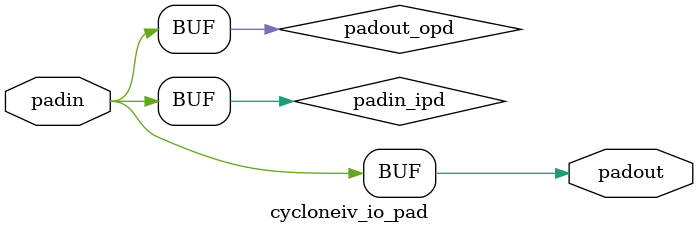
<source format=v>
module cycloneiv_io_pad ( 
		      padin, 
                      padout
	            );
parameter lpm_type = "cycloneiv_io_pad";
input padin; 
output padout;
wire padin_ipd;
wire padout_opd;
buf padin_buf  (padin_ipd,padin);
assign padout_opd = padin_ipd;
buf padout_buf (padout, padout_opd);
endmodule
</source>
